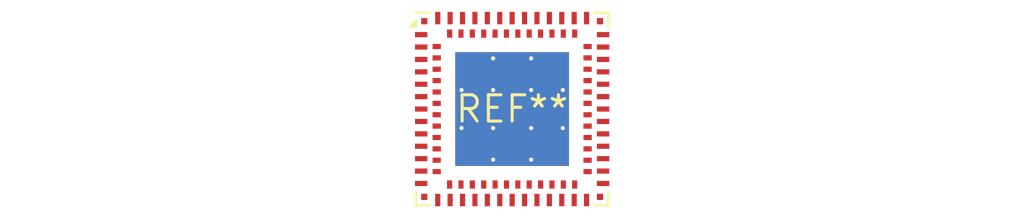
<source format=kicad_pcb>
(kicad_pcb (version 20240108) (generator pcbnew)
  (layers (0 "F.Cu" signal) (31 "B.Cu" signal) (34 "B.Paste" user) (35 "F.Paste" user) (36 "B.SilkS" user "B.Silkscreen") (37 "F.SilkS" user "F.Silkscreen") (38 "B.Mask" user) (39 "F.Mask" user) (44 "Edge.Cuts" user))
  (net 0 "")
  (footprint "Texas_WQFN-MR-100_ThermalVias_3x3-DapStencil" (layer "F.Cu") (at 0 0)
    (property "Reference" "REF**")
    (property "Value" "Texas_WQFN-MR-100_ThermalVias_3x3-DapStencil")
    (fp_line (start -4.67 -4.67) (end -3.99 -4.67) (layer "F.SilkS") (stroke (width 0.12)))
    (fp_line (start -4.66 3.99) (end -4.66 4.66) (layer "F.SilkS") (stroke (width 0.12)))
    (fp_line (start -4.66 4.66) (end -3.99 4.66) (layer "F.SilkS") (stroke (width 0.12)))
    (fp_line (start 4.66 -4.66) (end 3.99 -4.66) (layer "F.SilkS") (stroke (width 0.12)))
    (fp_line (start 4.66 -3.99) (end 4.66 -4.66) (layer "F.SilkS") (stroke (width 0.12)))
    (fp_line (start 4.66 3.99) (end 4.66 4.66) (layer "F.SilkS") (stroke (width 0.12)))
    (fp_line (start 4.66 4.66) (end 3.99 4.66) (layer "F.SilkS") (stroke (width 0.12)))
    (fp_poly (pts (xy -4.66 -3.99) (xy -4.94 -3.99) (xy -4.66 -4.27) (xy -4.66 -3.99)) (layer "F.SilkS") (stroke (width 0.12)) (fill solid))
    (pad "A1" smd rect (at -4.4 -3.6 90) (size 0.25 0.6) (layers "F.Cu" "F.Paste" "F.Mask"))
    (pad "A2" smd rect (at -4.4 -3 90) (size 0.25 0.6) (layers "F.Cu" "F.Paste" "F.Mask"))
    (pad "A3" smd rect (at -4.4 -2.4 90) (size 0.25 0.6) (layers "F.Cu" "F.Paste" "F.Mask"))
    (pad "A4" smd rect (at -4.4 -1.8 90) (size 0.25 0.6) (layers "F.Cu" "F.Paste" "F.Mask"))
    (pad "A5" smd rect (at -4.4 -1.2 90) (size 0.25 0.6) (layers "F.Cu" "F.Paste" "F.Mask"))
    (pad "A6" smd rect (at -4.4 -0.6 90) (size 0.25 0.6) (layers "F.Cu" "F.Paste" "F.Mask"))
    (pad "A7" smd rect (at -4.4 0 90) (size 0.25 0.6) (layers "F.Cu" "F.Paste" "F.Mask"))
    (pad "A8" smd rect (at -4.4 0.6 90) (size 0.25 0.6) (layers "F.Cu" "F.Paste" "F.Mask"))
    (pad "A9" smd rect (at -4.4 1.2 90) (size 0.25 0.6) (layers "F.Cu" "F.Paste" "F.Mask"))
    (pad "A10" smd rect (at -4.4 1.8 90) (size 0.25 0.6) (layers "F.Cu" "F.Paste" "F.Mask"))
    (pad "A11" smd rect (at -4.4 2.4 90) (size 0.25 0.6) (layers "F.Cu" "F.Paste" "F.Mask"))
    (pad "A12" smd rect (at -4.4 3 90) (size 0.25 0.6) (layers "F.Cu" "F.Paste" "F.Mask"))
    (pad "A13" smd rect (at -4.4 3.6 90) (size 0.25 0.6) (layers "F.Cu" "F.Paste" "F.Mask"))
    (pad "A14" smd rect (at -3.6 4.4) (size 0.25 0.6) (layers "F.Cu" "F.Paste" "F.Mask"))
    (pad "A15" smd rect (at -3 4.4) (size 0.25 0.6) (layers "F.Cu" "F.Paste" "F.Mask"))
    (pad "A16" smd rect (at -2.4 4.4) (size 0.25 0.6) (layers "F.Cu" "F.Paste" "F.Mask"))
    (pad "A17" smd rect (at -1.8 4.4) (size 0.25 0.6) (layers "F.Cu" "F.Paste" "F.Mask"))
    (pad "A18" smd rect (at -1.2 4.4) (size 0.25 0.6) (layers "F.Cu" "F.Paste" "F.Mask"))
    (pad "A19" smd rect (at -0.6 4.4) (size 0.25 0.6) (layers "F.Cu" "F.Paste" "F.Mask"))
    (pad "A20" smd rect (at 0 4.4) (size 0.25 0.6) (layers "F.Cu" "F.Paste" "F.Mask"))
    (pad "A21" smd rect (at 0.6 4.4) (size 0.25 0.6) (layers "F.Cu" "F.Paste" "F.Mask"))
    (pad "A22" smd rect (at 1.2 4.4) (size 0.25 0.6) (layers "F.Cu" "F.Paste" "F.Mask"))
    (pad "A23" smd rect (at 1.8 4.4) (size 0.25 0.6) (layers "F.Cu" "F.Paste" "F.Mask"))
    (pad "A24" smd rect (at 2.4 4.4) (size 0.25 0.6) (layers "F.Cu" "F.Paste" "F.Mask"))
    (pad "A25" smd rect (at 3 4.4) (size 0.25 0.6) (layers "F.Cu" "F.Paste" "F.Mask"))
    (pad "A26" smd rect (at 3.6 4.4) (size 0.25 0.6) (layers "F.Cu" "F.Paste" "F.Mask"))
    (pad "A27" smd rect (at 4.4 3.6 90) (size 0.25 0.6) (layers "F.Cu" "F.Paste" "F.Mask"))
    (pad "A28" smd rect (at 4.4 3 90) (size 0.25 0.6) (layers "F.Cu" "F.Paste" "F.Mask"))
    (pad "A29" smd rect (at 4.4 2.4 90) (size 0.25 0.6) (layers "F.Cu" "F.Paste" "F.Mask"))
    (pad "A30" smd rect (at 4.4 1.8 90) (size 0.25 0.6) (layers "F.Cu" "F.Paste" "F.Mask"))
    (pad "A31" smd rect (at 4.4 1.2 90) (size 0.25 0.6) (layers "F.Cu" "F.Paste" "F.Mask"))
    (pad "A32" smd rect (at 4.4 0.6 90) (size 0.25 0.6) (layers "F.Cu" "F.Paste" "F.Mask"))
    (pad "A33" smd rect (at 4.4 0 90) (size 0.25 0.6) (layers "F.Cu" "F.Paste" "F.Mask"))
    (pad "A34" smd rect (at 4.4 -0.6 90) (size 0.25 0.6) (layers "F.Cu" "F.Paste" "F.Mask"))
    (pad "A35" smd rect (at 4.4 -1.2 90) (size 0.25 0.6) (layers "F.Cu" "F.Paste" "F.Mask"))
    (pad "A36" smd rect (at 4.4 -1.8 90) (size 0.25 0.6) (layers "F.Cu" "F.Paste" "F.Mask"))
    (pad "A37" smd rect (at 4.4 -2.4 90) (size 0.25 0.6) (layers "F.Cu" "F.Paste" "F.Mask"))
    (pad "A38" smd rect (at 4.4 -3 90) (size 0.25 0.6) (layers "F.Cu" "F.Paste" "F.Mask"))
    (pad "A39" smd rect (at 4.4 -3.6 90) (size 0.25 0.6) (layers "F.Cu" "F.Paste" "F.Mask"))
    (pad "A40" smd rect (at 3.6 -4.4) (size 0.25 0.6) (layers "F.Cu" "F.Paste" "F.Mask"))
    (pad "A41" smd rect (at 3 -4.4) (size 0.25 0.6) (layers "F.Cu" "F.Paste" "F.Mask"))
    (pad "A42" smd rect (at 2.4 -4.4) (size 0.25 0.6) (layers "F.Cu" "F.Paste" "F.Mask"))
    (pad "A43" smd rect (at 1.8 -4.4) (size 0.25 0.6) (layers "F.Cu" "F.Paste" "F.Mask"))
    (pad "A44" smd rect (at 1.2 -4.4) (size 0.25 0.6) (layers "F.Cu" "F.Paste" "F.Mask"))
    (pad "A45" smd rect (at 0.6 -4.4) (size 0.25 0.6) (layers "F.Cu" "F.Paste" "F.Mask"))
    (pad "A46" smd rect (at 0 -4.4) (size 0.25 0.6) (layers "F.Cu" "F.Paste" "F.Mask"))
    (pad "A47" smd rect (at -0.6 -4.4) (size 0.25 0.6) (layers "F.Cu" "F.Paste" "F.Mask"))
    (pad "A48" smd rect (at -1.2 -4.4) (size 0.25 0.6) (layers "F.Cu" "F.Paste" "F.Mask"))
    (pad "A49" smd rect (at -1.8 -4.4) (size 0.25 0.6) (layers "F.Cu" "F.Paste" "F.Mask"))
    (pad "A50" smd rect (at -2.4 -4.4) (size 0.25 0.6) (layers "F.Cu" "F.Paste" "F.Mask"))
    (pad "A51" smd rect (at -3 -4.4) (size 0.25 0.6) (layers "F.Cu" "F.Paste" "F.Mask"))
    (pad "A52" smd rect (at -3.6 -4.4) (size 0.25 0.6) (layers "F.Cu" "F.Paste" "F.Mask"))
    (pad "A53" thru_hole circle (at -2.45 -0.92) (size 0.5 0.5) (drill 0.2) (layers *.Cu) (remove_unused_layers))
    (pad "A53" thru_hole circle (at -2.45 0.92) (size 0.5 0.5) (drill 0.2) (layers *.Cu) (remove_unused_layers))
    (pad "A53" smd rect (at -1.835 -1.835) (size 1.83 1.83) (layers "F.Cu" "F.Paste" "F.Mask"))
    (pad "A53" smd rect (at -1.835 0) (size 1.83 1.84) (layers "F.Cu" "F.Paste" "F.Mask"))
    (pad "A53" smd rect (at -1.835 1.835) (size 1.83 1.83) (layers "F.Cu" "F.Paste" "F.Mask"))
    (pad "A53" thru_hole circle (at -0.92 -2.45) (size 0.5 0.5) (drill 0.2) (layers *.Cu) (remove_unused_layers))
    (pad "A53" thru_hole circle (at -0.92 -0.92) (size 0.5 0.5) (drill 0.2) (layers *.Cu) (remove_unused_layers))
    (pad "A53" thru_hole circle (at -0.92 0.92) (size 0.5 0.5) (drill 0.2) (layers *.Cu) (remove_unused_layers))
    (pad "A53" thru_hole circle (at -0.92 2.45) (size 0.5 0.5) (drill 0.2) (layers *.Cu) (remove_unused_layers))
    (pad "A53" smd rect (at 0 -1.835) (size 1.84 1.83) (layers "F.Cu" "F.Paste" "F.Mask"))
    (pad "A53" smd rect (at 0 0) (size 1.84 1.84) (layers "F.Cu" "F.Paste" "F.Mask"))
    (pad "A53" smd rect (at 0 0) (size 5.5 5.5) (layers "B.Cu"))
    (pad "A53" smd rect (at 0 1.835) (size 1.84 1.83) (layers "F.Cu" "F.Paste" "F.Mask"))
    (pad "A53" thru_hole circle (at 0.92 -2.45) (size 0.5 0.5) (drill 0.2) (layers *.Cu) (remove_unused_layers))
    (pad "A53" thru_hole circle (at 0.92 -0.92) (size 0.5 0.5) (drill 0.2) (layers *.Cu) (remove_unused_layers))
    (pad "A53" thru_hole circle (at 0.92 0.92) (size 0.5 0.5) (drill 0.2) (layers *.Cu) (remove_unused_layers))
    (pad "A53" thru_hole circle (at 0.92 2.45) (size 0.5 0.5) (drill 0.2) (layers *.Cu) (remove_unused_layers))
    (pad "A53" smd rect (at 1.835 -1.835) (size 1.83 1.83) (layers "F.Cu" "F.Paste" "F.Mask"))
    (pad "A53" smd rect (at 1.835 0) (size 1.83 1.84) (layers "F.Cu" "F.Paste" "F.Mask"))
    (pad "A53" smd rect (at 1.835 1.835) (size 1.83 1.83) (layers "F.Cu" "F.Paste" "F.Mask"))
    (pad "A53" thru_hole circle (at 2.45 -0.92) (size 0.5 0.5) (drill 0.2) (layers *.Cu) (remove_unused_layers))
    (pad "A53" thru_hole circle (at 2.45 0.92) (size 0.5 0.5) (drill 0.2) (layers *.Cu) (remove_unused_layers))
    (pad "B1" smd rect (at -3.65 -3.025 90) (size 0.25 0.4) (layers "F.Cu" "F.Paste" "F.Mask"))
    (pad "B2" smd rect (at -3.65 -2.475 90) (size 0.25 0.4) (layers "F.Cu" "F.Paste" "F.Mask"))
    (pad "B3" smd rect (at -3.65 -1.925 90) (size 0.25 0.4) (layers "F.Cu" "F.Paste" "F.Mask"))
    (pad "B4" smd rect (at -3.65 -1.375 90) (size 0.25 0.4) (layers "F.Cu" "F.Paste" "F.Mask"))
    (pad "B5" smd rect (at -3.65 -0.825 90) (size 0.25 0.4) (layers "F.Cu" "F.Paste" "F.Mask"))
    (pad "B6" smd rect (at -3.65 -0.275 90) (size 0.25 0.4) (layers "F.Cu" "F.Paste" "F.Mask"))
    (pad "B7" smd rect (at -3.65 0.275 90) (size 0.25 0.4) (layers "F.Cu" "F.Paste" "F.Mask"))
    (pad "B8" smd rect (at -3.65 0.825 90) (size 0.25 0.4) (layers "F.Cu" "F.Paste" "F.Mask"))
    (pad "B9" smd rect (at -3.65 1.375 90) (size 0.25 0.4) (layers "F.Cu" "F.Paste" "F.Mask"))
    (pad "B10" smd rect (at -3.65 1.925 90) (size 0.25 0.4) (layers "F.Cu" "F.Paste" "F.Mask"))
    (pad "B11" smd rect (at -3.65 2.475 90) (size 0.25 0.4) (layers "F.Cu" "F.Paste" "F.Mask"))
    (pad "B12" smd rect (at -3.65 3.025 90) (size 0.25 0.4) (layers "F.Cu" "F.Paste" "F.Mask"))
    (pad "B13" smd rect (at -3.025 3.65) (size 0.25 0.4) (layers "F.Cu" "F.Paste" "F.Mask"))
    (pad "B14" smd rect (at -2.475 3.65) (size 0.25 0.4) (layers "F.Cu" "F.Paste" "F.Mask"))
    (pad "B15" smd rect (at -1.925 3.65) (size 0.25 0.4) (layers "F.Cu" "F.Paste" "F.Mask"))
    (pad "B16" smd rect (at -1.375 3.65) (size 0.25 0.4) (layers "F.Cu" "F.Paste" "F.Mask"))
    (pad "B17" smd rect (at -0.825 3.65) (size 0.25 0.4) (layers "F.Cu" "F.Paste" "F.Mask"))
    (pad "B18" smd rect (at -0.275 3.65) (size 0.25 0.4) (layers "F.Cu" "F.Paste" "F.Mask"))
    (pad "B19" smd rect (at 0.275 3.65) (size 0.25 0.4) (layers "F.Cu" "F.Paste" "F.Mask"))
    (pad "B20" smd rect (at 0.825 3.65) (size 0.25 0.4) (layers "F.Cu" "F.Paste" "F.Mask"))
    (pad "B21" smd rect (at 1.375 3.65) (size 0.25 0.4) (layers "F.Cu" "F.Paste" "F.Mask"))
    (pad "B22" smd rect (at 1.925 3.65) (size 0.25 0.4) (layers "F.Cu" "F.Paste" "F.Mask"))
    (pad "B23" smd rect (at 2.475 3.65) (size 0.25 0.4) (layers "F.Cu" "F.Paste" "F.Mask"))
    (pad "B24" smd rect (at 3.025 3.65) (size 0.25 0.4) (layers "F.Cu" "F.Paste" "F.Mask"))
    (pad "B25" smd rect (at 3.65 3.025 90) (size 0.25 0.4) (layers "F.Cu" "F.Paste" "F.Mask"))
    (pad "B26" smd rect (at 3.65 2.475 90) (size 0.25 0.4) (layers "F.Cu" "F.Paste" "F.Mask"))
    (pad "B27" smd rect (at 3.65 1.925 90) (size 0.25 0.4) (layers "F.Cu" "F.Paste" "F.Mask"))
    (pad "B28" smd rect (at 3.65 1.375 90) (size 0.25 0.4) (layers "F.Cu" "F.Paste" "F.Mask"))
    (pad "B29" smd rect (at 3.65 0.825 90) (size 0.25 0.4) (layers "F.Cu" "F.Paste" "F.Mask"))
    (pad "B30" smd rect (at 3.65 0.275 90) (size 0.25 0.4) (layers "F.Cu" "F.Paste" "F.Mask"))
    (pad "B31" smd rect (at 3.65 -0.275 90) (size 0.25 0.4) (layers "F.Cu" "F.Paste" "F.Mask"))
    (pad "B32" smd rect (at 3.65 -0.825 90) (size 0.25 0.4) (layers "F.Cu" "F.Paste" "F.Mask"))
    (pad "B33" smd rect (at 3.65 -1.375 90) (size 0.25 0.4) (layers "F.Cu" "F.Paste" "F.Mask"))
    (pad "B34" smd rect (at 3.65 -1.925 90) (size 0.25 0.4) (layers "F.Cu" "F.Paste" "F.Mask"))
    (pad "B35" smd rect (at 3.65 -2.475 90) (size 0.25 0.4) (layers "F.Cu" "F.Paste" "F.Mask"))
    (pad "B36" smd rect (at 3.65 -3.025 90) (size 0.25 0.4) (layers "F.Cu" "F.Paste" "F.Mask"))
    (pad "B37" smd rect (at 3.025 -3.65) (size 0.25 0.4) (layers "F.Cu" "F.Paste" "F.Mask"))
    (pad "B38" smd rect (at 2.475 -3.65) (size 0.25 0.4) (layers "F.Cu" "F.Paste" "F.Mask"))
    (pad "B39" smd rect (at 1.925 -3.65) (size 0.25 0.4) (layers "F.Cu" "F.Paste" "F.Mask"))
    (pad "B40" smd rect (at 1.375 -3.65) (size 0.25 0.4) (layers "F.Cu" "F.Paste" "F.Mask"))
    (pad "B41" smd rect (at 0.825 -3.65) (size 0.25 0.4) (layers "F.Cu" "F.Paste" "F.Mask"))
    (pad "B42" smd rect (at 0.275 -3.65) (size 0.25 0.4) (layers "F.Cu" "F.Paste" "F.Mask"))
    (pad "B43" smd rect (at -0.275 -3.65) (size 0.25 0.4) (layers "F.Cu" "F.Paste" "F.Mask"))
    (pad "B44" smd rect (at -0.825 -3.65) (size 0.25 0.4) (layers "F.Cu" "F.Paste" "F.Mask"))
    (pad "B45" smd rect (at -1.375 -3.65) (size 0.25 0.4) (layers "F.Cu" "F.Paste" "F.Mask"))
    (pad "B46" smd rect (at -1.925 -3.65) (size 0.25 0.4) (layers "F.Cu" "F.Paste" "F.Mask"))
    (pad "B47" smd rect (at -2.475 -3.65) (size 0.25 0.4) (layers "F.Cu" "F.Paste" "F.Mask"))
    (pad "B48" smd rect (at -3.025 -3.65) (size 0.25 0.4) (layers "F.Cu" "F.Paste" "F.Mask"))
    (pad "C1" smd rect (at -4.25 -4.25) (size 0.3 0.3) (layers "F.Cu" "F.Paste" "F.Mask"))
    (pad "C2" smd rect (at -4.25 4.25) (size 0.3 0.3) (layers "F.Cu" "F.Paste" "F.Mask"))
    (pad "C3" smd rect (at 4.25 4.25) (size 0.3 0.3) (layers "F.Cu" "F.Paste" "F.Mask"))
    (pad "C4" smd rect (at 4.25 -4.25) (size 0.3 0.3) (layers "F.Cu" "F.Paste" "F.Mask"))
  )
)
</source>
